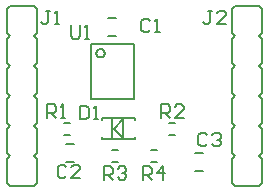
<source format=gto>
G75*
G70*
%OFA0B0*%
%FSLAX24Y24*%
%IPPOS*%
%LPD*%
%AMOC8*
5,1,8,0,0,1.08239X$1,22.5*
%
%ADD10C,0.0060*%
%ADD11C,0.0050*%
D10*
X002871Y001975D02*
X002071Y001975D01*
X001971Y002075D01*
X001971Y002875D01*
X002071Y002975D01*
X001971Y003075D01*
X001971Y003875D01*
X002071Y003975D01*
X001971Y004075D01*
X001971Y004875D01*
X002071Y004975D01*
X001971Y005075D01*
X001971Y005875D01*
X002071Y005975D01*
X001971Y006075D01*
X001971Y006875D01*
X002071Y006975D01*
X001971Y007075D01*
X001971Y007875D01*
X002071Y007975D01*
X002871Y007975D01*
X002971Y007875D01*
X002971Y007075D01*
X002871Y006975D01*
X002971Y006875D01*
X002971Y006075D01*
X002871Y005975D01*
X002971Y005875D01*
X002971Y005075D01*
X002871Y004975D01*
X002971Y004875D01*
X002971Y004075D01*
X002871Y003975D01*
X002971Y003875D01*
X002971Y003075D01*
X002871Y002975D01*
X002971Y002875D01*
X002971Y002075D01*
X002871Y001975D01*
X003645Y002304D02*
X003718Y002231D01*
X003865Y002231D01*
X003938Y002304D01*
X004105Y002231D02*
X004398Y002525D01*
X004398Y002598D01*
X004325Y002671D01*
X004178Y002671D01*
X004105Y002598D01*
X003938Y002598D02*
X003865Y002671D01*
X003718Y002671D01*
X003645Y002598D01*
X003645Y002304D01*
X004105Y002231D02*
X004398Y002231D01*
X004202Y002775D02*
X003941Y002775D01*
X003941Y003375D02*
X004202Y003375D01*
X004071Y003675D02*
X003871Y003675D01*
X003871Y004075D02*
X004071Y004075D01*
X003902Y004237D02*
X003756Y004237D01*
X003829Y004237D02*
X003829Y004678D01*
X003756Y004604D01*
X003589Y004604D02*
X003589Y004457D01*
X003515Y004384D01*
X003295Y004384D01*
X003442Y004384D02*
X003589Y004237D01*
X003295Y004237D02*
X003295Y004678D01*
X003515Y004678D01*
X003589Y004604D01*
X004385Y004641D02*
X004385Y004201D01*
X004605Y004201D01*
X004678Y004274D01*
X004678Y004568D01*
X004605Y004641D01*
X004385Y004641D01*
X004762Y004846D02*
X006181Y004846D01*
X006181Y006705D01*
X004762Y006705D01*
X004762Y004846D01*
X004918Y004641D02*
X004918Y004201D01*
X004845Y004201D02*
X004992Y004201D01*
X005120Y004230D02*
X005120Y004151D01*
X005120Y004230D02*
X005475Y004230D01*
X005475Y003521D01*
X006223Y003521D01*
X006223Y003600D01*
X005829Y003560D02*
X005514Y003875D01*
X005829Y004190D01*
X005829Y003560D01*
X005475Y003521D02*
X005120Y003521D01*
X005120Y003600D01*
X005471Y003175D02*
X005671Y003175D01*
X005671Y002775D02*
X005471Y002775D01*
X005407Y002614D02*
X005481Y002541D01*
X005481Y002394D01*
X005407Y002320D01*
X005187Y002320D01*
X005334Y002320D02*
X005481Y002174D01*
X005647Y002247D02*
X005721Y002174D01*
X005868Y002174D01*
X005941Y002247D01*
X005941Y002320D01*
X005868Y002394D01*
X005794Y002394D01*
X005868Y002394D02*
X005941Y002467D01*
X005941Y002541D01*
X005868Y002614D01*
X005721Y002614D01*
X005647Y002541D01*
X005407Y002614D02*
X005187Y002614D01*
X005187Y002174D01*
X006487Y002174D02*
X006487Y002614D01*
X006707Y002614D01*
X006781Y002541D01*
X006781Y002394D01*
X006707Y002320D01*
X006487Y002320D01*
X006634Y002320D02*
X006781Y002174D01*
X006947Y002394D02*
X007241Y002394D01*
X007168Y002614D02*
X006947Y002394D01*
X007168Y002174D02*
X007168Y002614D01*
X006971Y002775D02*
X006771Y002775D01*
X006771Y003175D02*
X006971Y003175D01*
X007371Y003675D02*
X007571Y003675D01*
X007571Y004075D02*
X007371Y004075D01*
X007389Y004237D02*
X007242Y004384D01*
X007315Y004384D02*
X007095Y004384D01*
X007315Y004384D02*
X007389Y004457D01*
X007389Y004604D01*
X007315Y004678D01*
X007095Y004678D01*
X007095Y004237D01*
X007556Y004237D02*
X007849Y004531D01*
X007849Y004604D01*
X007776Y004678D01*
X007629Y004678D01*
X007556Y004604D01*
X007556Y004237D02*
X007849Y004237D01*
X008411Y003720D02*
X008338Y003647D01*
X008338Y003353D01*
X008411Y003280D01*
X008558Y003280D01*
X008631Y003353D01*
X008798Y003353D02*
X008871Y003280D01*
X009018Y003280D01*
X009092Y003353D01*
X009092Y003427D01*
X009018Y003500D01*
X008945Y003500D01*
X009018Y003500D02*
X009092Y003573D01*
X009092Y003647D01*
X009018Y003720D01*
X008871Y003720D01*
X008798Y003647D01*
X008631Y003647D02*
X008558Y003720D01*
X008411Y003720D01*
X008502Y003075D02*
X008241Y003075D01*
X008241Y002475D02*
X008502Y002475D01*
X009471Y002075D02*
X009571Y001975D01*
X010371Y001975D01*
X010471Y002075D01*
X010471Y002875D01*
X010371Y002975D01*
X010471Y003075D01*
X010471Y003875D01*
X010371Y003975D01*
X010471Y004075D01*
X010471Y004875D01*
X010371Y004975D01*
X010471Y005075D01*
X010471Y005875D01*
X010371Y005975D01*
X010471Y006075D01*
X010471Y006875D01*
X010371Y006975D01*
X010471Y007075D01*
X010471Y007875D01*
X010371Y007975D01*
X009571Y007975D01*
X009471Y007875D01*
X009471Y007075D01*
X009571Y006975D01*
X009471Y006875D01*
X009471Y006075D01*
X009571Y005975D01*
X009471Y005875D01*
X009471Y005075D01*
X009571Y004975D01*
X009471Y004875D01*
X009471Y004075D01*
X009571Y003975D01*
X009471Y003875D01*
X009471Y003075D01*
X009571Y002975D01*
X009471Y002875D01*
X009471Y002075D01*
X006223Y004151D02*
X006223Y004230D01*
X005475Y004230D01*
X004918Y004641D02*
X004845Y004568D01*
X005341Y006975D02*
X005602Y006975D01*
X005602Y007575D02*
X005341Y007575D01*
X006438Y007447D02*
X006438Y007153D01*
X006511Y007080D01*
X006658Y007080D01*
X006731Y007153D01*
X006898Y007080D02*
X007045Y007080D01*
X006971Y007080D02*
X006971Y007520D01*
X006898Y007447D01*
X006731Y007447D02*
X006658Y007520D01*
X006511Y007520D01*
X006438Y007447D01*
X008501Y007429D02*
X008575Y007355D01*
X008648Y007355D01*
X008722Y007429D01*
X008722Y007796D01*
X008795Y007796D02*
X008648Y007796D01*
X008962Y007722D02*
X009035Y007796D01*
X009182Y007796D01*
X009255Y007722D01*
X009255Y007649D01*
X008962Y007355D01*
X009255Y007355D01*
X003709Y007355D02*
X003562Y007355D01*
X003635Y007355D02*
X003635Y007796D01*
X003562Y007722D01*
X003395Y007796D02*
X003248Y007796D01*
X003322Y007796D02*
X003322Y007429D01*
X003248Y007355D01*
X003175Y007355D01*
X003101Y007429D01*
D11*
X004096Y007326D02*
X004096Y006950D01*
X004172Y006875D01*
X004322Y006875D01*
X004397Y006950D01*
X004397Y007326D01*
X004557Y007251D02*
X004632Y007326D01*
X004632Y006875D01*
X004557Y006875D02*
X004707Y006875D01*
X004941Y006385D02*
X004943Y006409D01*
X004949Y006432D01*
X004959Y006453D01*
X004972Y006473D01*
X004989Y006490D01*
X005008Y006504D01*
X005029Y006515D01*
X005052Y006522D01*
X005075Y006525D01*
X005099Y006524D01*
X005122Y006519D01*
X005144Y006510D01*
X005164Y006498D01*
X005182Y006482D01*
X005197Y006463D01*
X005209Y006443D01*
X005216Y006420D01*
X005220Y006397D01*
X005220Y006373D01*
X005216Y006350D01*
X005209Y006327D01*
X005197Y006307D01*
X005182Y006288D01*
X005164Y006272D01*
X005144Y006260D01*
X005122Y006251D01*
X005099Y006246D01*
X005075Y006245D01*
X005052Y006248D01*
X005029Y006255D01*
X005008Y006266D01*
X004989Y006280D01*
X004972Y006297D01*
X004959Y006317D01*
X004949Y006338D01*
X004943Y006361D01*
X004941Y006385D01*
M02*

</source>
